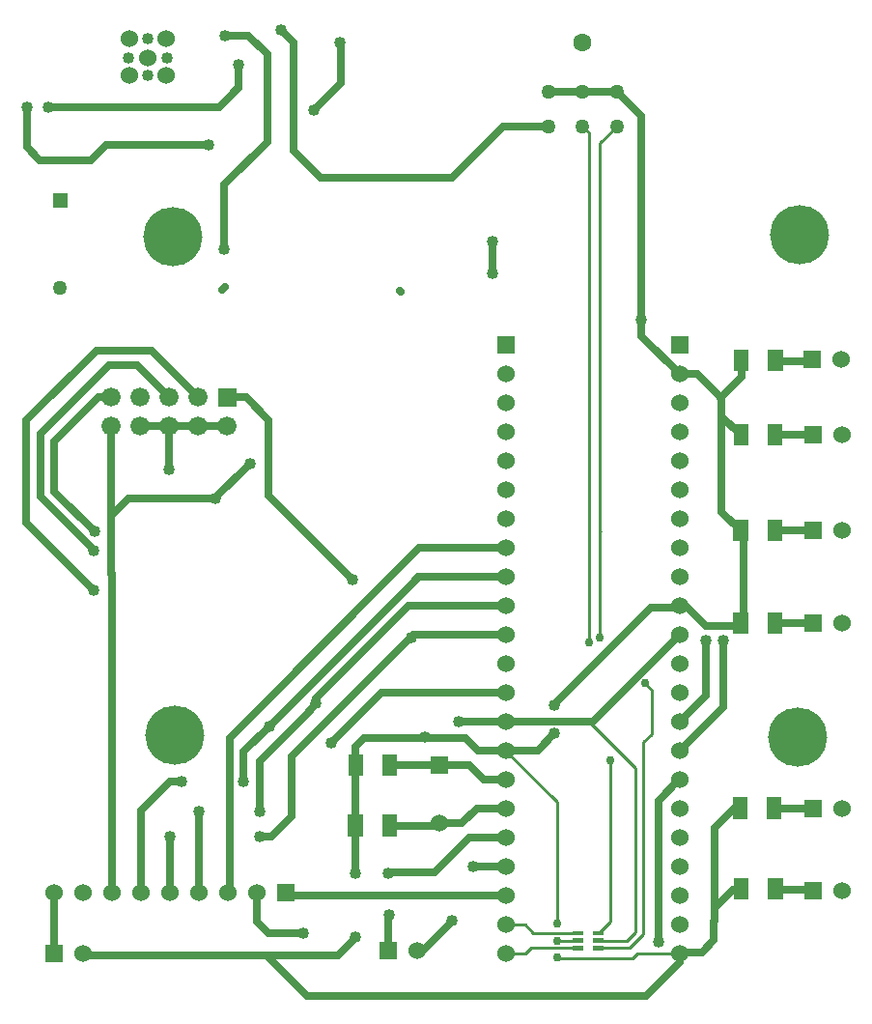
<source format=gbr>
G04 start of page 3 for group 1 idx 4 *
G04 Title: (unknown), Power_Bottom *
G04 Creator: pcb 20110918 *
G04 CreationDate: Sun 04 May 2014 08:11:11 PM GMT UTC *
G04 For: zach *
G04 Format: Gerber/RS-274X *
G04 PCB-Dimensions: 295500 350000 *
G04 PCB-Coordinate-Origin: lower left *
%MOIN*%
%FSLAX25Y25*%
%LNBOTTOM*%
%ADD49C,0.0460*%
%ADD48C,0.0590*%
%ADD47C,0.0380*%
%ADD46C,0.0280*%
%ADD45C,0.0150*%
%ADD44C,0.0200*%
%ADD43C,0.2000*%
%ADD42C,0.0300*%
%ADD41C,0.0400*%
%ADD40C,0.2040*%
%ADD39R,0.0150X0.0150*%
%ADD38R,0.0512X0.0512*%
%ADD37C,0.0660*%
%ADD36C,0.0630*%
%ADD35C,0.0500*%
%ADD34C,0.0600*%
%ADD33C,0.0001*%
%ADD32C,0.0100*%
%ADD31C,0.0250*%
G54D31*X72200Y250200D02*X71100Y249100D01*
X25600Y293800D02*X31000Y299200D01*
X66500D01*
X11200Y312200D02*X70200D01*
X11800Y293800D02*X25600D01*
X3600Y312200D02*Y298300D01*
X14600Y293800D02*X8100D01*
X3600Y298300D01*
Y305700D01*
X71800Y285300D02*Y263200D01*
X164400Y265800D02*Y254700D01*
X183755Y305492D02*X168192D01*
X150400Y287700D01*
X121500D01*
X133000D02*X105100D01*
X112100Y320300D02*Y334200D01*
X102700Y311100D02*X102900D01*
X95700Y327700D02*Y297100D01*
X104900Y287900D01*
X105100Y287700D02*X103700Y289100D01*
X95700Y324400D02*Y334400D01*
X91200Y338900D01*
X102900Y311100D02*X112100Y320300D01*
X76800Y326900D02*Y326700D01*
X72200Y336800D02*X80100D01*
X86600Y330300D01*
X70200Y312200D02*X76500Y318500D01*
X76800Y326200D02*Y318800D01*
X75250Y317250D01*
X86600Y330300D02*Y300100D01*
X71800Y285300D01*
X261905Y134000D02*X275000D01*
X238000Y128000D02*Y109000D01*
X229000Y100000D01*
X244000Y128000D02*Y105000D01*
X229000Y90000D01*
X262000Y199000D02*X275000D01*
X262000Y166000D02*X275000D01*
X229000Y80000D02*X228800D01*
G54D32*X219300Y95800D02*Y111000D01*
X216900Y113400D01*
X197700Y127300D02*Y165900D01*
X197800Y166000D01*
X201500Y129100D02*Y165500D01*
X201600Y165600D01*
G54D31*X262400Y42200D02*X274820D01*
X275192Y41829D01*
Y69996D02*X261304D01*
X261100Y70200D01*
X262500Y224300D02*X275000D01*
G54D32*X197750Y165950D02*Y303297D01*
X195555Y305492D01*
X201500Y165400D02*Y299637D01*
X207355Y305492D01*
G54D31*X126000Y110000D02*X108600Y92600D01*
X95100Y88100D02*X100150Y93150D01*
X103500Y106000D02*X99000Y101500D01*
X103500Y106000D02*Y108000D01*
X139200Y160000D02*X73600Y94400D01*
X87200Y178200D02*X116200Y149200D01*
X87400Y98500D02*X87500D01*
X139000Y150000D01*
X103500Y108000D02*X135500Y140000D01*
X147500Y110000D02*X126000D01*
X136200Y129200D02*X99450Y92450D01*
X84000Y86500D02*X101000Y103500D01*
X95000Y88000D02*X97750Y90750D01*
X78500Y89600D02*X87400Y98500D01*
X136500Y129200D02*X136200D01*
X135500Y140000D02*X139000D01*
X169000Y160000D02*X139200D01*
X169000Y150000D02*X138800D01*
X137850Y149050D01*
X169000Y140000D02*X136000D01*
X169000Y130000D02*X137100D01*
X137050Y130050D01*
X169000Y60000D02*X156400D01*
X144400Y48000D01*
X169000Y50000D02*X157700D01*
X32900Y211900D02*X28300D01*
X13200Y196800D01*
X8500Y199300D02*X32200Y223000D01*
X3500Y203900D02*X27700Y228100D01*
X13200Y196800D02*Y179400D01*
X8500Y177700D02*Y199300D01*
X3500Y168700D02*Y203900D01*
X13200Y179400D02*X27000Y165600D01*
X26900Y159100D02*Y159300D01*
X8500Y177700D01*
X26900Y145300D02*X3500Y168700D01*
X32200Y223000D02*X41800D01*
X52900Y211900D01*
X27700Y228100D02*X46700D01*
X62900Y211900D01*
X72900D02*X79500D01*
X87200Y204200D01*
Y178200D01*
X94000Y40000D02*X93000Y41000D01*
X73600Y41600D02*X73000Y41000D01*
X144400Y48000D02*X128600D01*
X128500Y47900D01*
X73600Y94400D02*Y41600D01*
X43000Y41000D02*Y64500D01*
X53300Y41300D02*X53000Y41000D01*
Y55600D01*
Y60500D02*Y52500D01*
X43000Y69500D02*X53000Y79500D01*
X57000D01*
X63100Y41100D02*X63000Y41000D01*
X63250Y41250D02*Y68750D01*
X63000Y69000D01*
X84000Y60500D02*X88000D01*
X95000Y67500D01*
X84000Y69000D02*Y86500D01*
X95000Y67500D02*Y88000D01*
X78500Y79300D02*Y89600D01*
X43000Y63000D02*Y69500D01*
X128000Y64000D02*X145000D01*
X169000Y50000D02*X167800D01*
G54D32*X194000Y21900D02*X177800D01*
X175800Y19900D01*
X169100D01*
X169000Y20000D01*
X201000Y21900D02*X211600D01*
G54D31*X128550Y21050D02*Y33450D01*
X169000Y40000D02*X94000D01*
X83000Y41000D02*Y31200D01*
X87100Y27100D01*
X99000D01*
X128550Y33450D02*X128600Y33500D01*
X139100Y20400D02*X138500Y21000D01*
X140300D01*
X150400Y31100D01*
X129000Y85000D02*X156400D01*
X161400Y80000D01*
X169000D01*
X228800D02*X221600Y72800D01*
X145000Y64000D02*X146000Y65000D01*
X153900D01*
X159100Y70200D01*
X168800D01*
X169000Y70000D01*
G54D32*X194000Y27000D02*X178500D01*
X175600Y29900D01*
X169100D01*
X169000Y30000D01*
X201000Y27000D02*X205200Y31200D01*
G54D31*X221600Y72800D02*Y24500D01*
G54D32*X205200Y31200D02*Y86500D01*
X211600Y21900D02*X216500Y26800D01*
Y93000D01*
X219300Y95800D01*
G54D31*X221600Y24500D02*X221900Y24200D01*
X169000Y110000D02*X138100D01*
X108700Y92600D02*X108800D01*
X13000Y41000D02*Y20000D01*
X100100Y19500D02*X23500D01*
X23000Y20000D01*
X217500Y5400D02*X100500D01*
X86400Y19500D01*
X94100D02*X111100D01*
X117000Y25400D01*
X243500Y172500D02*X250000Y166000D01*
X229000Y140000D02*X231000D01*
X238000Y133000D01*
X229200Y140000D02*X229100D01*
X228600Y139400D02*X229200Y140000D01*
X229000Y220000D02*X235000D01*
X243000Y212000D01*
X243500Y205500D02*X250000Y199000D01*
X243500Y211500D02*Y172500D01*
X250400Y219000D02*X243200Y211800D01*
X238000Y133000D02*X251000D01*
Y165000D01*
X249000Y167000D01*
X250400Y225600D02*Y219000D01*
X183755Y317292D02*X207355D01*
X208000D02*Y316800D01*
X215900Y308900D01*
Y233200D01*
X229100Y220000D01*
X169000Y90000D02*X159400D01*
X155700Y93700D01*
X120200Y94400D02*X155000D01*
X155450Y93950D01*
G54D32*X168800Y90000D02*X168900D01*
G54D31*X117190Y85200D02*Y65000D01*
Y66200D02*Y47810D01*
X117200Y47800D01*
X117190Y85000D02*Y91390D01*
X120200Y94400D01*
G54D32*X168900Y90000D02*X186600Y72300D01*
G54D31*X169700Y90000D02*X180000D01*
X185900Y95900D01*
X185700Y105600D02*Y106000D01*
X219100Y139400D01*
X228600D01*
X42900Y201900D02*X72900D01*
X52900D02*Y187100D01*
X52700Y186900D01*
G54D32*X194000Y24500D02*X186800D01*
X212900Y18500D02*X186700D01*
X186600Y18600D01*
Y72300D02*Y30500D01*
X228900Y20100D02*X214500D01*
X212900Y18500D01*
G54D31*X229000Y20000D02*Y16900D01*
X217500Y5400D01*
X236600Y20300D02*X229000D01*
X250400Y70200D02*X247900D01*
X250000Y42100D02*X247500D01*
X241000Y35600D01*
X247900Y70200D02*X241000Y63300D01*
Y31300D01*
X240900Y31200D01*
Y24600D01*
X236600Y20300D01*
G54D32*X169000Y100000D02*X197600D01*
X213600Y84000D01*
Y27400D01*
X210700Y24500D01*
X201000D01*
G54D31*X33000Y41000D02*Y150600D01*
X33100Y150700D01*
X168900Y100000D02*X199000D01*
X152600Y99900D02*X174400D01*
X174500Y100000D01*
X199000D02*X229000Y130000D01*
X32900Y201900D02*Y151000D01*
X33000Y150900D01*
X32900Y171200D02*X38600Y176900D01*
X68500D01*
X80300Y188700D01*
X132700Y248300D02*X132400Y248600D01*
G54D33*G36*
X90000Y44000D02*Y38000D01*
X96000D01*
Y44000D01*
X90000D01*
G37*
G54D34*X83000Y41000D03*
X73000D03*
X63000D03*
X53000D03*
X43000D03*
X33000D03*
X23000D03*
X13000D03*
G54D33*G36*
X10000Y23000D02*Y17000D01*
X16000D01*
Y23000D01*
X10000D01*
G37*
G54D34*X23000Y20000D03*
G54D33*G36*
X125500Y24000D02*Y18000D01*
X131500D01*
Y24000D01*
X125500D01*
G37*
G54D34*X138500Y21000D03*
G54D35*X207355Y317292D03*
X195555D03*
G54D36*Y334292D03*
G54D35*X183755Y317292D03*
X207355Y305492D03*
X183755D03*
X195555D03*
G54D33*G36*
X12684Y282284D02*Y277284D01*
X17684D01*
Y282284D01*
X12684D01*
G37*
G36*
X271800Y227900D02*Y221900D01*
X277800D01*
Y227900D01*
X271800D01*
G37*
G54D34*X284800Y224900D03*
G54D33*G36*
X226000Y233000D02*Y227000D01*
X232000D01*
Y233000D01*
X226000D01*
G37*
G54D34*X229000Y220000D03*
G54D33*G36*
X272000Y202000D02*Y196000D01*
X278000D01*
Y202000D01*
X272000D01*
G37*
G36*
Y137000D02*Y131000D01*
X278000D01*
Y137000D01*
X272000D01*
G37*
G36*
X272192Y72996D02*Y66996D01*
X278192D01*
Y72996D01*
X272192D01*
G37*
G36*
Y44829D02*Y38829D01*
X278192D01*
Y44829D01*
X272192D01*
G37*
G54D34*X285000Y199000D03*
Y134000D03*
X285192Y69996D03*
Y41829D03*
G54D33*G36*
X272000Y169000D02*Y163000D01*
X278000D01*
Y169000D01*
X272000D01*
G37*
G54D34*X285000Y166000D03*
X229000Y180000D03*
Y170000D03*
Y160000D03*
Y150000D03*
Y140000D03*
Y130000D03*
Y120000D03*
Y110000D03*
Y100000D03*
Y90000D03*
Y80000D03*
Y70000D03*
Y60000D03*
Y50000D03*
Y40000D03*
Y30000D03*
Y20000D03*
Y210000D03*
Y200000D03*
Y190000D03*
G54D33*G36*
X166000Y233000D02*Y227000D01*
X172000D01*
Y233000D01*
X166000D01*
G37*
G54D34*X169000Y220000D03*
Y210000D03*
Y200000D03*
G54D33*G36*
X69600Y215200D02*Y208600D01*
X76200D01*
Y215200D01*
X69600D01*
G37*
G54D37*X72900Y201900D03*
X62900D03*
X52900D03*
X42900D03*
X32900D03*
X62900Y211900D03*
X52900D03*
X42900D03*
X32900D03*
G54D35*X15184Y249784D03*
G54D34*X169000Y190000D03*
Y180000D03*
Y170000D03*
Y160000D03*
Y150000D03*
Y140000D03*
Y130000D03*
Y120000D03*
Y110000D03*
Y100000D03*
Y90000D03*
Y80000D03*
Y70000D03*
G54D33*G36*
X143000Y88000D02*Y82000D01*
X149000D01*
Y88000D01*
X143000D01*
G37*
G54D34*X146000Y65000D03*
X169000Y60000D03*
Y50000D03*
Y40000D03*
Y30000D03*
Y20000D03*
G54D38*X117190Y86181D02*Y83819D01*
X129000Y86181D02*Y83819D01*
X128900Y65381D02*Y63019D01*
X117090Y65381D02*Y63019D01*
G54D39*X193000Y21900D02*X195000D01*
X193000Y24500D02*X195000D01*
X193000Y27000D02*X195000D01*
X200000D02*X202000D01*
X200000Y24500D02*X202000D01*
X200000Y21900D02*X202000D01*
G54D38*X261905Y135181D02*Y132819D01*
Y167181D02*Y164819D01*
X261642Y71345D02*Y68983D01*
X250095Y135181D02*Y132819D01*
Y167181D02*Y164819D01*
X262000Y200181D02*Y197819D01*
X250190Y200181D02*Y197819D01*
X250295Y225981D02*Y223619D01*
X262105Y225981D02*Y223619D01*
X249832Y71345D02*Y68983D01*
X262103Y43514D02*Y41152D01*
X250293Y43514D02*Y41152D01*
G54D40*X270400Y268100D03*
X269600Y94700D03*
G54D41*X244000Y128000D03*
G54D42*X197700Y127300D03*
X201500Y129100D03*
G54D41*X238000Y128000D03*
G54D42*X217000Y113400D03*
X186700Y24500D03*
X186600Y30500D03*
Y18600D03*
G54D41*X164400Y265800D03*
Y254700D03*
X221600Y23900D03*
X215600Y238600D03*
X185900Y105700D03*
Y95900D03*
G54D42*X205200Y86700D03*
G54D40*X54700Y95400D03*
G54D41*X27000Y165600D03*
X26900Y159100D03*
Y145300D03*
X80800Y189000D03*
X68800Y177200D03*
X52700Y186900D03*
X63000Y69000D03*
X84000D03*
X78500Y79300D03*
X57000Y79500D03*
X53000Y60500D03*
X84000D03*
X116200Y149200D03*
X87400Y98500D03*
X136500Y129200D03*
X152600Y99900D03*
X141100Y94600D03*
X103500Y106500D03*
X108600Y92600D03*
G54D40*X54200Y267500D03*
G54D41*X71800Y263200D03*
X99000Y27100D03*
X117200Y47700D03*
X117100Y25700D03*
X128600Y33500D03*
X128500Y47700D03*
X150300Y31300D03*
X157600Y50100D03*
X91400Y338800D03*
X72200Y336800D03*
X76600Y326800D03*
G54D34*X39000Y335800D03*
Y323000D03*
G54D41*X38900Y329200D03*
X66500Y299200D03*
X102700Y311100D03*
X3600Y312200D03*
X11200D03*
X111900Y334500D03*
G54D34*X51900Y335800D03*
Y322900D03*
X45279Y329206D03*
G54D41*X45400Y322900D03*
X52000Y329200D03*
X45400Y335700D03*
G54D43*G54D44*G54D45*G54D44*G54D45*G54D44*G54D45*G54D43*G54D44*G54D43*G54D44*G54D46*G54D47*G54D31*G54D48*G54D31*G54D44*G54D47*G54D49*G54D44*G54D47*G54D46*G54D47*M02*

</source>
